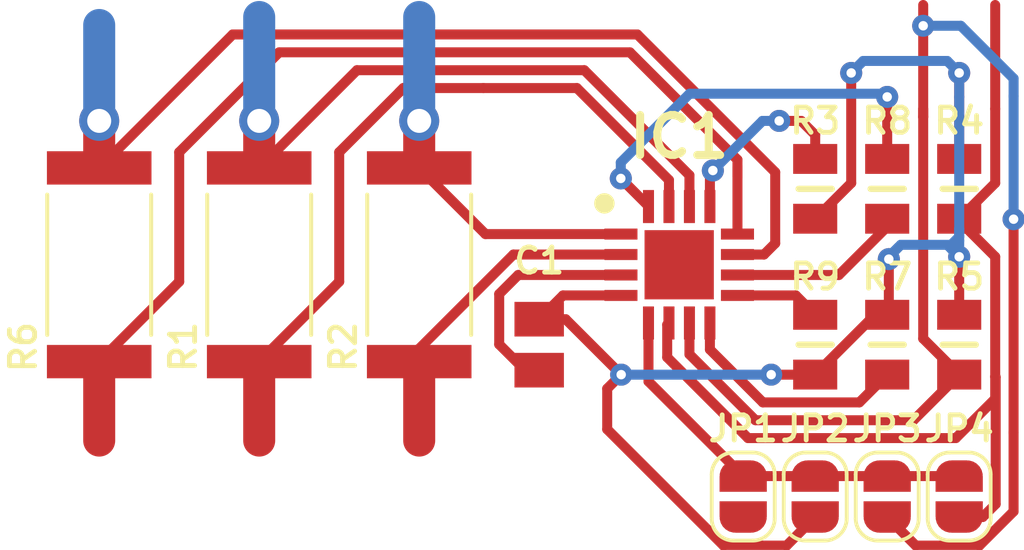
<source format=kicad_pcb>
(kicad_pcb (version 20171130) (host pcbnew "(5.1.6)-1")

  (general
    (thickness 1.6)
    (drawings 0)
    (tracks 180)
    (zones 0)
    (modules 15)
    (nets 18)
  )

  (page A4)
  (layers
    (0 F.Cu signal)
    (31 B.Cu signal)
    (32 B.Adhes user)
    (33 F.Adhes user)
    (34 B.Paste user)
    (35 F.Paste user)
    (36 B.SilkS user)
    (37 F.SilkS user)
    (38 B.Mask user)
    (39 F.Mask user)
    (40 Dwgs.User user)
    (41 Cmts.User user)
    (42 Eco1.User user)
    (43 Eco2.User user)
    (44 Edge.Cuts user)
    (45 Margin user)
    (46 B.CrtYd user)
    (47 F.CrtYd user)
    (48 B.Fab user)
    (49 F.Fab user)
  )

  (setup
    (last_trace_width 0.3175)
    (user_trace_width 0.3175)
    (user_trace_width 1.016)
    (trace_clearance 0.25)
    (zone_clearance 0.508)
    (zone_45_only no)
    (trace_min 0.2)
    (via_size 0.8)
    (via_drill 0.4)
    (via_min_size 0.4)
    (via_min_drill 0.3)
    (user_via 0.7 0.3)
    (user_via 1.27 0.762)
    (uvia_size 0.3)
    (uvia_drill 0.1)
    (uvias_allowed no)
    (uvia_min_size 0.2)
    (uvia_min_drill 0.1)
    (edge_width 0.05)
    (segment_width 0.2)
    (pcb_text_width 0.3)
    (pcb_text_size 1.5 1.5)
    (mod_edge_width 0.12)
    (mod_text_size 1 1)
    (mod_text_width 0.15)
    (pad_size 1.524 1.524)
    (pad_drill 0.762)
    (pad_to_mask_clearance 0.05)
    (aux_axis_origin 0 0)
    (visible_elements 7FFFFFFF)
    (pcbplotparams
      (layerselection 0x010fc_ffffffff)
      (usegerberextensions false)
      (usegerberattributes true)
      (usegerberadvancedattributes true)
      (creategerberjobfile true)
      (excludeedgelayer true)
      (linewidth 0.100000)
      (plotframeref false)
      (viasonmask false)
      (mode 1)
      (useauxorigin false)
      (hpglpennumber 1)
      (hpglpenspeed 20)
      (hpglpendiameter 15.000000)
      (psnegative false)
      (psa4output false)
      (plotreference true)
      (plotvalue true)
      (plotinvisibletext false)
      (padsonsilk false)
      (subtractmaskfromsilk false)
      (outputformat 1)
      (mirror false)
      (drillshape 1)
      (scaleselection 1)
      (outputdirectory ""))
  )

  (net 0 "")
  (net 1 /+3V3)
  (net 2 /GND)
  (net 3 /IN3-)
  (net 4 /IN3+)
  (net 5 "Net-(IC1-Pad5)")
  (net 6 /SCL)
  (net 7 /SDA)
  (net 8 /Warning)
  (net 9 /Critical)
  (net 10 /PV)
  (net 11 /IN1-)
  (net 12 /IN1+)
  (net 13 /TC)
  (net 14 /IN2-)
  (net 15 /IN2+)
  (net 16 /VPU)
  (net 17 "Net-(IC1-Pad17)")

  (net_class Default "This is the default net class."
    (clearance 0.25)
    (trace_width 0.25)
    (via_dia 0.8)
    (via_drill 0.4)
    (uvia_dia 0.3)
    (uvia_drill 0.1)
    (add_net /+3V3)
    (add_net /Critical)
    (add_net /GND)
    (add_net /IN1+)
    (add_net /IN1-)
    (add_net /IN2+)
    (add_net /IN2-)
    (add_net /IN3+)
    (add_net /IN3-)
    (add_net /PV)
    (add_net /SCL)
    (add_net /SDA)
    (add_net /TC)
    (add_net /VPU)
    (add_net /Warning)
    (add_net "Net-(IC1-Pad17)")
    (add_net "Net-(IC1-Pad5)")
  )

  (net_class 0,3175 ""
    (clearance 0.25)
    (trace_width 0.3175)
    (via_dia 0.4)
    (via_drill 0.3)
    (uvia_dia 0.4)
    (uvia_drill 0.2)
  )

  (module SamacSys_Parts:CAPC2012X100N (layer F.Cu) (tedit 0) (tstamp 606C915D)
    (at 116.205 99.695 270)
    (descr 0.805)
    (tags Capacitor)
    (path /606BD769)
    (attr smd)
    (fp_text reference C1 (at -2.667 0 180) (layer F.SilkS)
      (effects (font (size 0.8 0.8) (thickness 0.153)))
    )
    (fp_text value 0,1u (at 0.381 0 90) (layer F.SilkS) hide
      (effects (font (size 1.27 1.27) (thickness 0.254)))
    )
    (fp_line (start -1.51 -0.94) (end 1.51 -0.94) (layer F.CrtYd) (width 0.05))
    (fp_line (start 1.51 -0.94) (end 1.51 0.94) (layer F.CrtYd) (width 0.05))
    (fp_line (start 1.51 0.94) (end -1.51 0.94) (layer F.CrtYd) (width 0.05))
    (fp_line (start -1.51 0.94) (end -1.51 -0.94) (layer F.CrtYd) (width 0.05))
    (fp_line (start -1 -0.625) (end 1 -0.625) (layer F.Fab) (width 0.1))
    (fp_line (start 1 -0.625) (end 1 0.625) (layer F.Fab) (width 0.1))
    (fp_line (start 1 0.625) (end -1 0.625) (layer F.Fab) (width 0.1))
    (fp_line (start -1 0.625) (end -1 -0.625) (layer F.Fab) (width 0.1))
    (fp_text user %R (at -2.667 0 180) (layer F.Fab)
      (effects (font (size 0.8 0.8) (thickness 0.153)))
    )
    (pad 1 smd rect (at -0.81 0 270) (size 1.1 1.57) (layers F.Cu F.Paste F.Mask)
      (net 1 /+3V3))
    (pad 2 smd rect (at 0.81 0 270) (size 1.1 1.57) (layers F.Cu F.Paste F.Mask)
      (net 2 /GND))
    (model C:\SamacSys_PCB_Library\KiCad\SamacSys_Parts.3dshapes\C0805X105K8RAC7210.stp
      (at (xyz 0 0 0))
      (scale (xyz 1 1 1))
      (rotate (xyz 0 0 0))
    )
  )

  (module SamacSys_Parts:QFN65P400X400X100-17N-D (layer F.Cu) (tedit 0) (tstamp 606C7D99)
    (at 120.65 97.155)
    (descr "RGV (S-PVQFN-N16)_1")
    (tags "Integrated Circuit")
    (path /606BBD16)
    (attr smd)
    (fp_text reference IC1 (at 0 -4.064) (layer F.SilkS)
      (effects (font (size 1.27 1.27) (thickness 0.254)))
    )
    (fp_text value INA3221 (at 0 0) (layer F.SilkS) hide
      (effects (font (size 1.27 1.27) (thickness 0.254)))
    )
    (fp_line (start -2.625 -2.625) (end 2.625 -2.625) (layer F.CrtYd) (width 0.05))
    (fp_line (start 2.625 -2.625) (end 2.625 2.625) (layer F.CrtYd) (width 0.05))
    (fp_line (start 2.625 2.625) (end -2.625 2.625) (layer F.CrtYd) (width 0.05))
    (fp_line (start -2.625 2.625) (end -2.625 -2.625) (layer F.CrtYd) (width 0.05))
    (fp_line (start -2 -2) (end 2 -2) (layer F.Fab) (width 0.1))
    (fp_line (start 2 -2) (end 2 2) (layer F.Fab) (width 0.1))
    (fp_line (start 2 2) (end -2 2) (layer F.Fab) (width 0.1))
    (fp_line (start -2 2) (end -2 -2) (layer F.Fab) (width 0.1))
    (fp_line (start -2 -1.35) (end -1.35 -2) (layer F.Fab) (width 0.1))
    (fp_circle (center -2.3745 -1.95) (end -2.3745 -1.7875) (layer F.SilkS) (width 0.325))
    (fp_text user %R (at 0 -4.064) (layer F.Fab)
      (effects (font (size 1.27 1.27) (thickness 0.254)))
    )
    (pad 1 smd rect (at -1.85 -0.975 90) (size 0.35 1.05) (layers F.Cu F.Paste F.Mask)
      (net 3 /IN3-))
    (pad 2 smd rect (at -1.85 -0.325 90) (size 0.35 1.05) (layers F.Cu F.Paste F.Mask)
      (net 4 /IN3+))
    (pad 3 smd rect (at -1.85 0.325 90) (size 0.35 1.05) (layers F.Cu F.Paste F.Mask)
      (net 2 /GND))
    (pad 4 smd rect (at -1.85 0.975 90) (size 0.35 1.05) (layers F.Cu F.Paste F.Mask)
      (net 1 /+3V3))
    (pad 5 smd rect (at -0.975 1.85) (size 0.35 1.05) (layers F.Cu F.Paste F.Mask)
      (net 5 "Net-(IC1-Pad5)"))
    (pad 6 smd rect (at -0.325 1.85) (size 0.35 1.05) (layers F.Cu F.Paste F.Mask)
      (net 6 /SCL))
    (pad 7 smd rect (at 0.325 1.85) (size 0.35 1.05) (layers F.Cu F.Paste F.Mask)
      (net 7 /SDA))
    (pad 8 smd rect (at 0.975 1.85) (size 0.35 1.05) (layers F.Cu F.Paste F.Mask)
      (net 8 /Warning))
    (pad 9 smd rect (at 1.85 0.975 90) (size 0.35 1.05) (layers F.Cu F.Paste F.Mask)
      (net 9 /Critical))
    (pad 10 smd rect (at 1.85 0.325 90) (size 0.35 1.05) (layers F.Cu F.Paste F.Mask)
      (net 10 /PV))
    (pad 11 smd rect (at 1.85 -0.325 90) (size 0.35 1.05) (layers F.Cu F.Paste F.Mask)
      (net 11 /IN1-))
    (pad 12 smd rect (at 1.85 -0.975 90) (size 0.35 1.05) (layers F.Cu F.Paste F.Mask)
      (net 12 /IN1+))
    (pad 13 smd rect (at 0.975 -1.85) (size 0.35 1.05) (layers F.Cu F.Paste F.Mask)
      (net 13 /TC))
    (pad 14 smd rect (at 0.325 -1.85) (size 0.35 1.05) (layers F.Cu F.Paste F.Mask)
      (net 14 /IN2-))
    (pad 15 smd rect (at -0.325 -1.85) (size 0.35 1.05) (layers F.Cu F.Paste F.Mask)
      (net 15 /IN2+))
    (pad 16 smd rect (at -0.975 -1.85) (size 0.35 1.05) (layers F.Cu F.Paste F.Mask)
      (net 16 /VPU))
    (pad 17 smd rect (at 0 0) (size 2.2 2.2) (layers F.Cu F.Paste F.Mask)
      (net 17 "Net-(IC1-Pad17)"))
    (model C:\SamacSys_PCB_Library\KiCad\SamacSys_Parts.3dshapes\INA3221AQRGVRQ1.stp
      (at (xyz 0 0 0))
      (scale (xyz 1 1 1))
      (rotate (xyz 0 0 0))
    )
  )

  (module Jumper:SolderJumper-2_P1.3mm_Open_RoundedPad1.0x1.5mm (layer F.Cu) (tedit 5B391E66) (tstamp 606C764B)
    (at 122.682 104.521 90)
    (descr "SMD Solder Jumper, 1x1.5mm, rounded Pads, 0.3mm gap, open")
    (tags "solder jumper open")
    (path /606C2346)
    (attr virtual)
    (fp_text reference JP1 (at 2.159 0 180) (layer F.SilkS)
      (effects (font (size 0.8 0.8) (thickness 0.153)))
    )
    (fp_text value SolderJumper_2_Open (at -9.271 -4.826 90) (layer F.Fab) hide
      (effects (font (size 0.8 0.8) (thickness 0.153)))
    )
    (fp_line (start -1.4 0.3) (end -1.4 -0.3) (layer F.SilkS) (width 0.12))
    (fp_line (start 0.7 1) (end -0.7 1) (layer F.SilkS) (width 0.12))
    (fp_line (start 1.4 -0.3) (end 1.4 0.3) (layer F.SilkS) (width 0.12))
    (fp_line (start -0.7 -1) (end 0.7 -1) (layer F.SilkS) (width 0.12))
    (fp_line (start -1.65 -1.25) (end 1.65 -1.25) (layer F.CrtYd) (width 0.05))
    (fp_line (start -1.65 -1.25) (end -1.65 1.25) (layer F.CrtYd) (width 0.05))
    (fp_line (start 1.65 1.25) (end 1.65 -1.25) (layer F.CrtYd) (width 0.05))
    (fp_line (start 1.65 1.25) (end -1.65 1.25) (layer F.CrtYd) (width 0.05))
    (fp_arc (start 0.7 -0.3) (end 1.4 -0.3) (angle -90) (layer F.SilkS) (width 0.12))
    (fp_arc (start 0.7 0.3) (end 0.7 1) (angle -90) (layer F.SilkS) (width 0.12))
    (fp_arc (start -0.7 0.3) (end -1.4 0.3) (angle -90) (layer F.SilkS) (width 0.12))
    (fp_arc (start -0.7 -0.3) (end -0.7 -1) (angle -90) (layer F.SilkS) (width 0.12))
    (pad 1 smd custom (at -0.65 0 90) (size 1 0.5) (layers F.Cu F.Mask)
      (net 2 /GND) (zone_connect 2)
      (options (clearance outline) (anchor rect))
      (primitives
        (gr_circle (center 0 0.25) (end 0.5 0.25) (width 0))
        (gr_circle (center 0 -0.25) (end 0.5 -0.25) (width 0))
        (gr_poly (pts
           (xy 0 -0.75) (xy 0.5 -0.75) (xy 0.5 0.75) (xy 0 0.75)) (width 0))
      ))
    (pad 2 smd custom (at 0.65 0 90) (size 1 0.5) (layers F.Cu F.Mask)
      (net 5 "Net-(IC1-Pad5)") (zone_connect 2)
      (options (clearance outline) (anchor rect))
      (primitives
        (gr_circle (center 0 0.25) (end 0.5 0.25) (width 0))
        (gr_circle (center 0 -0.25) (end 0.5 -0.25) (width 0))
        (gr_poly (pts
           (xy 0 -0.75) (xy -0.5 -0.75) (xy -0.5 0.75) (xy 0 0.75)) (width 0))
      ))
  )

  (module Jumper:SolderJumper-2_P1.3mm_Open_RoundedPad1.0x1.5mm (layer F.Cu) (tedit 5B391E66) (tstamp 606C765D)
    (at 124.968 104.521 90)
    (descr "SMD Solder Jumper, 1x1.5mm, rounded Pads, 0.3mm gap, open")
    (tags "solder jumper open")
    (path /606C5207)
    (attr virtual)
    (fp_text reference JP2 (at 2.159 0 180) (layer F.SilkS)
      (effects (font (size 0.8 0.8) (thickness 0.153)))
    )
    (fp_text value SolderJumper_2_Open (at 0 1.9 90) (layer F.Fab) hide
      (effects (font (size 1 1) (thickness 0.15)))
    )
    (fp_line (start 1.65 1.25) (end -1.65 1.25) (layer F.CrtYd) (width 0.05))
    (fp_line (start 1.65 1.25) (end 1.65 -1.25) (layer F.CrtYd) (width 0.05))
    (fp_line (start -1.65 -1.25) (end -1.65 1.25) (layer F.CrtYd) (width 0.05))
    (fp_line (start -1.65 -1.25) (end 1.65 -1.25) (layer F.CrtYd) (width 0.05))
    (fp_line (start -0.7 -1) (end 0.7 -1) (layer F.SilkS) (width 0.12))
    (fp_line (start 1.4 -0.3) (end 1.4 0.3) (layer F.SilkS) (width 0.12))
    (fp_line (start 0.7 1) (end -0.7 1) (layer F.SilkS) (width 0.12))
    (fp_line (start -1.4 0.3) (end -1.4 -0.3) (layer F.SilkS) (width 0.12))
    (fp_arc (start -0.7 -0.3) (end -0.7 -1) (angle -90) (layer F.SilkS) (width 0.12))
    (fp_arc (start -0.7 0.3) (end -1.4 0.3) (angle -90) (layer F.SilkS) (width 0.12))
    (fp_arc (start 0.7 0.3) (end 0.7 1) (angle -90) (layer F.SilkS) (width 0.12))
    (fp_arc (start 0.7 -0.3) (end 1.4 -0.3) (angle -90) (layer F.SilkS) (width 0.12))
    (pad 2 smd custom (at 0.65 0 90) (size 1 0.5) (layers F.Cu F.Mask)
      (net 5 "Net-(IC1-Pad5)") (zone_connect 2)
      (options (clearance outline) (anchor rect))
      (primitives
        (gr_circle (center 0 0.25) (end 0.5 0.25) (width 0))
        (gr_circle (center 0 -0.25) (end 0.5 -0.25) (width 0))
        (gr_poly (pts
           (xy 0 -0.75) (xy -0.5 -0.75) (xy -0.5 0.75) (xy 0 0.75)) (width 0))
      ))
    (pad 1 smd custom (at -0.65 0 90) (size 1 0.5) (layers F.Cu F.Mask)
      (net 1 /+3V3) (zone_connect 2)
      (options (clearance outline) (anchor rect))
      (primitives
        (gr_circle (center 0 0.25) (end 0.5 0.25) (width 0))
        (gr_circle (center 0 -0.25) (end 0.5 -0.25) (width 0))
        (gr_poly (pts
           (xy 0 -0.75) (xy 0.5 -0.75) (xy 0.5 0.75) (xy 0 0.75)) (width 0))
      ))
  )

  (module Jumper:SolderJumper-2_P1.3mm_Open_RoundedPad1.0x1.5mm (layer F.Cu) (tedit 5B391E66) (tstamp 606C8CFE)
    (at 127.254 104.521 90)
    (descr "SMD Solder Jumper, 1x1.5mm, rounded Pads, 0.3mm gap, open")
    (tags "solder jumper open")
    (path /606C56E0)
    (attr virtual)
    (fp_text reference JP3 (at 2.159 0 180) (layer F.SilkS)
      (effects (font (size 0.8 0.8) (thickness 0.153)))
    )
    (fp_text value SolderJumper_2_Open (at 0 1.9 90) (layer F.Fab) hide
      (effects (font (size 1 1) (thickness 0.15)))
    )
    (fp_line (start -1.4 0.3) (end -1.4 -0.3) (layer F.SilkS) (width 0.12))
    (fp_line (start 0.7 1) (end -0.7 1) (layer F.SilkS) (width 0.12))
    (fp_line (start 1.4 -0.3) (end 1.4 0.3) (layer F.SilkS) (width 0.12))
    (fp_line (start -0.7 -1) (end 0.7 -1) (layer F.SilkS) (width 0.12))
    (fp_line (start -1.65 -1.25) (end 1.65 -1.25) (layer F.CrtYd) (width 0.05))
    (fp_line (start -1.65 -1.25) (end -1.65 1.25) (layer F.CrtYd) (width 0.05))
    (fp_line (start 1.65 1.25) (end 1.65 -1.25) (layer F.CrtYd) (width 0.05))
    (fp_line (start 1.65 1.25) (end -1.65 1.25) (layer F.CrtYd) (width 0.05))
    (fp_arc (start 0.7 -0.3) (end 1.4 -0.3) (angle -90) (layer F.SilkS) (width 0.12))
    (fp_arc (start 0.7 0.3) (end 0.7 1) (angle -90) (layer F.SilkS) (width 0.12))
    (fp_arc (start -0.7 0.3) (end -1.4 0.3) (angle -90) (layer F.SilkS) (width 0.12))
    (fp_arc (start -0.7 -0.3) (end -0.7 -1) (angle -90) (layer F.SilkS) (width 0.12))
    (pad 1 smd custom (at -0.65 0 90) (size 1 0.5) (layers F.Cu F.Mask)
      (net 7 /SDA) (zone_connect 2)
      (options (clearance outline) (anchor rect))
      (primitives
        (gr_circle (center 0 0.25) (end 0.5 0.25) (width 0))
        (gr_circle (center 0 -0.25) (end 0.5 -0.25) (width 0))
        (gr_poly (pts
           (xy 0 -0.75) (xy 0.5 -0.75) (xy 0.5 0.75) (xy 0 0.75)) (width 0))
      ))
    (pad 2 smd custom (at 0.65 0 90) (size 1 0.5) (layers F.Cu F.Mask)
      (net 5 "Net-(IC1-Pad5)") (zone_connect 2)
      (options (clearance outline) (anchor rect))
      (primitives
        (gr_circle (center 0 0.25) (end 0.5 0.25) (width 0))
        (gr_circle (center 0 -0.25) (end 0.5 -0.25) (width 0))
        (gr_poly (pts
           (xy 0 -0.75) (xy -0.5 -0.75) (xy -0.5 0.75) (xy 0 0.75)) (width 0))
      ))
  )

  (module Jumper:SolderJumper-2_P1.3mm_Open_RoundedPad1.0x1.5mm (layer F.Cu) (tedit 5B391E66) (tstamp 606C7681)
    (at 129.54 104.521 90)
    (descr "SMD Solder Jumper, 1x1.5mm, rounded Pads, 0.3mm gap, open")
    (tags "solder jumper open")
    (path /606C5BD3)
    (attr virtual)
    (fp_text reference JP4 (at 2.159 0 180) (layer F.SilkS)
      (effects (font (size 0.8 0.8) (thickness 0.153)))
    )
    (fp_text value SolderJumper_2_Open (at 0 1.9 90) (layer F.Fab) hide
      (effects (font (size 1 1) (thickness 0.15)))
    )
    (fp_line (start 1.65 1.25) (end -1.65 1.25) (layer F.CrtYd) (width 0.05))
    (fp_line (start 1.65 1.25) (end 1.65 -1.25) (layer F.CrtYd) (width 0.05))
    (fp_line (start -1.65 -1.25) (end -1.65 1.25) (layer F.CrtYd) (width 0.05))
    (fp_line (start -1.65 -1.25) (end 1.65 -1.25) (layer F.CrtYd) (width 0.05))
    (fp_line (start -0.7 -1) (end 0.7 -1) (layer F.SilkS) (width 0.12))
    (fp_line (start 1.4 -0.3) (end 1.4 0.3) (layer F.SilkS) (width 0.12))
    (fp_line (start 0.7 1) (end -0.7 1) (layer F.SilkS) (width 0.12))
    (fp_line (start -1.4 0.3) (end -1.4 -0.3) (layer F.SilkS) (width 0.12))
    (fp_arc (start -0.7 -0.3) (end -0.7 -1) (angle -90) (layer F.SilkS) (width 0.12))
    (fp_arc (start -0.7 0.3) (end -1.4 0.3) (angle -90) (layer F.SilkS) (width 0.12))
    (fp_arc (start 0.7 0.3) (end 0.7 1) (angle -90) (layer F.SilkS) (width 0.12))
    (fp_arc (start 0.7 -0.3) (end 1.4 -0.3) (angle -90) (layer F.SilkS) (width 0.12))
    (pad 2 smd custom (at 0.65 0 90) (size 1 0.5) (layers F.Cu F.Mask)
      (net 5 "Net-(IC1-Pad5)") (zone_connect 2)
      (options (clearance outline) (anchor rect))
      (primitives
        (gr_circle (center 0 0.25) (end 0.5 0.25) (width 0))
        (gr_circle (center 0 -0.25) (end 0.5 -0.25) (width 0))
        (gr_poly (pts
           (xy 0 -0.75) (xy -0.5 -0.75) (xy -0.5 0.75) (xy 0 0.75)) (width 0))
      ))
    (pad 1 smd custom (at -0.65 0 90) (size 1 0.5) (layers F.Cu F.Mask)
      (net 6 /SCL) (zone_connect 2)
      (options (clearance outline) (anchor rect))
      (primitives
        (gr_circle (center 0 0.25) (end 0.5 0.25) (width 0))
        (gr_circle (center 0 -0.25) (end 0.5 -0.25) (width 0))
        (gr_poly (pts
           (xy 0 -0.75) (xy 0.5 -0.75) (xy 0.5 0.75) (xy 0 0.75)) (width 0))
      ))
  )

  (module SR733ATTE2R80F:RESC6432X70N (layer F.Cu) (tedit 606BB753) (tstamp 606C88F2)
    (at 107.315 97.155 90)
    (path /606E8381)
    (fp_text reference R1 (at -2.61 -2.413 90) (layer F.SilkS)
      (effects (font (size 0.8 0.8) (thickness 0.153)))
    )
    (fp_text value 2,8 (at -0.86 2.25 90) (layer F.Fab)
      (effects (font (size 0.393701 0.393701) (thickness 0.015)))
    )
    (fp_line (start 3.25 1.65) (end -3.25 1.65) (layer F.Fab) (width 0.127))
    (fp_line (start 3.25 -1.65) (end -3.25 -1.65) (layer F.Fab) (width 0.127))
    (fp_line (start 3.25 1.65) (end 3.25 -1.65) (layer F.Fab) (width 0.127))
    (fp_line (start -3.25 1.65) (end -3.25 -1.65) (layer F.Fab) (width 0.127))
    (fp_line (start -2.23 -1.65) (end 2.23 -1.65) (layer F.SilkS) (width 0.127))
    (fp_line (start -2.23 1.65) (end 2.23 1.65) (layer F.SilkS) (width 0.127))
    (fp_line (start -3.858 1.908) (end 3.858 1.908) (layer F.CrtYd) (width 0.05))
    (fp_line (start -3.858 -1.908) (end 3.858 -1.908) (layer F.CrtYd) (width 0.05))
    (fp_line (start -3.858 1.908) (end -3.858 -1.908) (layer F.CrtYd) (width 0.05))
    (fp_line (start 3.858 1.908) (end 3.858 -1.908) (layer F.CrtYd) (width 0.05))
    (pad 1 smd rect (at -3.078 0 90) (size 1.06 3.32) (layers F.Cu F.Paste F.Mask)
      (net 15 /IN2+))
    (pad 2 smd rect (at 3.078 0 90) (size 1.06 3.32) (layers F.Cu F.Paste F.Mask)
      (net 14 /IN2-))
  )

  (module SR733ATTE2R80F:RESC6432X70N (layer F.Cu) (tedit 606BB753) (tstamp 606C88C5)
    (at 112.395 97.155 90)
    (path /606BCE04)
    (fp_text reference R2 (at -2.61 -2.413 90) (layer F.SilkS)
      (effects (font (size 0.8 0.8) (thickness 0.153)))
    )
    (fp_text value 2,8 (at -0.86 2.25 90) (layer F.Fab)
      (effects (font (size 0.393701 0.393701) (thickness 0.015)))
    )
    (fp_line (start 3.25 1.65) (end -3.25 1.65) (layer F.Fab) (width 0.127))
    (fp_line (start 3.25 -1.65) (end -3.25 -1.65) (layer F.Fab) (width 0.127))
    (fp_line (start 3.25 1.65) (end 3.25 -1.65) (layer F.Fab) (width 0.127))
    (fp_line (start -3.25 1.65) (end -3.25 -1.65) (layer F.Fab) (width 0.127))
    (fp_line (start -2.23 -1.65) (end 2.23 -1.65) (layer F.SilkS) (width 0.127))
    (fp_line (start -2.23 1.65) (end 2.23 1.65) (layer F.SilkS) (width 0.127))
    (fp_line (start -3.858 1.908) (end 3.858 1.908) (layer F.CrtYd) (width 0.05))
    (fp_line (start -3.858 -1.908) (end 3.858 -1.908) (layer F.CrtYd) (width 0.05))
    (fp_line (start -3.858 1.908) (end -3.858 -1.908) (layer F.CrtYd) (width 0.05))
    (fp_line (start 3.858 1.908) (end 3.858 -1.908) (layer F.CrtYd) (width 0.05))
    (pad 1 smd rect (at -3.078 0 90) (size 1.06 3.32) (layers F.Cu F.Paste F.Mask)
      (net 4 /IN3+))
    (pad 2 smd rect (at 3.078 0 90) (size 1.06 3.32) (layers F.Cu F.Paste F.Mask)
      (net 3 /IN3-))
  )

  (module SamacSys_Parts:RESC2012X60N (layer F.Cu) (tedit 0) (tstamp 606C76B1)
    (at 124.968 94.742 90)
    (descr SR0805FR-471KL-1)
    (tags Resistor)
    (path /606EBD14)
    (attr smd)
    (fp_text reference R3 (at 2.159 0 180) (layer F.SilkS)
      (effects (font (size 0.8 0.8) (thickness 0.153)))
    )
    (fp_text value 10k (at 0 0 90) (layer F.SilkS) hide
      (effects (font (size 1.27 1.27) (thickness 0.254)))
    )
    (fp_line (start 0 -0.525) (end 0 0.525) (layer F.SilkS) (width 0.2))
    (fp_line (start -1 0.625) (end -1 -0.625) (layer F.Fab) (width 0.1))
    (fp_line (start 1 0.625) (end -1 0.625) (layer F.Fab) (width 0.1))
    (fp_line (start 1 -0.625) (end 1 0.625) (layer F.Fab) (width 0.1))
    (fp_line (start -1 -0.625) (end 1 -0.625) (layer F.Fab) (width 0.1))
    (fp_line (start -1.675 0.95) (end -1.675 -0.95) (layer F.CrtYd) (width 0.05))
    (fp_line (start 1.675 0.95) (end -1.675 0.95) (layer F.CrtYd) (width 0.05))
    (fp_line (start 1.675 -0.95) (end 1.675 0.95) (layer F.CrtYd) (width 0.05))
    (fp_line (start -1.675 -0.95) (end 1.675 -0.95) (layer F.CrtYd) (width 0.05))
    (fp_text user %R (at 2.159 0) (layer F.Fab)
      (effects (font (size 0.8 0.8) (thickness 0.153)))
    )
    (pad 2 smd rect (at 0.95 0 90) (size 0.95 1.4) (layers F.Cu F.Paste F.Mask)
      (net 13 /TC))
    (pad 1 smd rect (at -0.95 0 90) (size 0.95 1.4) (layers F.Cu F.Paste F.Mask)
      (net 1 /+3V3))
    (model C:\SamacSys_PCB_Library\KiCad\SamacSys_Parts.3dshapes\SR0805FR-471KL.stp
      (at (xyz 0 0 0))
      (scale (xyz 1 1 1))
      (rotate (xyz 0 0 0))
    )
  )

  (module SamacSys_Parts:RESC2012X60N (layer F.Cu) (tedit 0) (tstamp 606C76C1)
    (at 129.54 94.742 270)
    (descr SR0805FR-471KL-1)
    (tags Resistor)
    (path /606BE28C)
    (attr smd)
    (fp_text reference R4 (at -2.159 0 180) (layer F.SilkS)
      (effects (font (size 0.8 0.8) (thickness 0.153)))
    )
    (fp_text value 10k (at 0 0 90) (layer F.SilkS) hide
      (effects (font (size 1.27 1.27) (thickness 0.254)))
    )
    (fp_line (start -1.675 -0.95) (end 1.675 -0.95) (layer F.CrtYd) (width 0.05))
    (fp_line (start 1.675 -0.95) (end 1.675 0.95) (layer F.CrtYd) (width 0.05))
    (fp_line (start 1.675 0.95) (end -1.675 0.95) (layer F.CrtYd) (width 0.05))
    (fp_line (start -1.675 0.95) (end -1.675 -0.95) (layer F.CrtYd) (width 0.05))
    (fp_line (start -1 -0.625) (end 1 -0.625) (layer F.Fab) (width 0.1))
    (fp_line (start 1 -0.625) (end 1 0.625) (layer F.Fab) (width 0.1))
    (fp_line (start 1 0.625) (end -1 0.625) (layer F.Fab) (width 0.1))
    (fp_line (start -1 0.625) (end -1 -0.625) (layer F.Fab) (width 0.1))
    (fp_line (start 0 -0.525) (end 0 0.525) (layer F.SilkS) (width 0.2))
    (fp_text user %R (at -2.159 0 180) (layer F.Fab)
      (effects (font (size 0.8 0.8) (thickness 0.153)))
    )
    (pad 1 smd rect (at -0.95 0 270) (size 0.95 1.4) (layers F.Cu F.Paste F.Mask)
      (net 1 /+3V3))
    (pad 2 smd rect (at 0.95 0 270) (size 0.95 1.4) (layers F.Cu F.Paste F.Mask)
      (net 6 /SCL))
    (model C:\SamacSys_PCB_Library\KiCad\SamacSys_Parts.3dshapes\SR0805FR-471KL.stp
      (at (xyz 0 0 0))
      (scale (xyz 1 1 1))
      (rotate (xyz 0 0 0))
    )
  )

  (module SamacSys_Parts:RESC2012X60N (layer F.Cu) (tedit 0) (tstamp 606C76D1)
    (at 129.54 99.695 270)
    (descr SR0805FR-471KL-1)
    (tags Resistor)
    (path /606CC47E)
    (attr smd)
    (fp_text reference R5 (at -2.159 0 180) (layer F.SilkS)
      (effects (font (size 0.8 0.8) (thickness 0.153)))
    )
    (fp_text value 10k (at 0 0 90) (layer F.SilkS) hide
      (effects (font (size 1.27 1.27) (thickness 0.254)))
    )
    (fp_line (start 0 -0.525) (end 0 0.525) (layer F.SilkS) (width 0.2))
    (fp_line (start -1 0.625) (end -1 -0.625) (layer F.Fab) (width 0.1))
    (fp_line (start 1 0.625) (end -1 0.625) (layer F.Fab) (width 0.1))
    (fp_line (start 1 -0.625) (end 1 0.625) (layer F.Fab) (width 0.1))
    (fp_line (start -1 -0.625) (end 1 -0.625) (layer F.Fab) (width 0.1))
    (fp_line (start -1.675 0.95) (end -1.675 -0.95) (layer F.CrtYd) (width 0.05))
    (fp_line (start 1.675 0.95) (end -1.675 0.95) (layer F.CrtYd) (width 0.05))
    (fp_line (start 1.675 -0.95) (end 1.675 0.95) (layer F.CrtYd) (width 0.05))
    (fp_line (start -1.675 -0.95) (end 1.675 -0.95) (layer F.CrtYd) (width 0.05))
    (fp_text user %R (at -2.159 0 180) (layer F.Fab)
      (effects (font (size 0.8 0.8) (thickness 0.153)))
    )
    (pad 2 smd rect (at 0.95 0 270) (size 0.95 1.4) (layers F.Cu F.Paste F.Mask)
      (net 7 /SDA))
    (pad 1 smd rect (at -0.95 0 270) (size 0.95 1.4) (layers F.Cu F.Paste F.Mask)
      (net 1 /+3V3))
    (model C:\SamacSys_PCB_Library\KiCad\SamacSys_Parts.3dshapes\SR0805FR-471KL.stp
      (at (xyz 0 0 0))
      (scale (xyz 1 1 1))
      (rotate (xyz 0 0 0))
    )
  )

  (module SR733ATTE2R80F:RESC6432X70N (layer F.Cu) (tedit 606BB753) (tstamp 60786FC6)
    (at 102.235 97.155 270)
    (path /606D833D)
    (fp_text reference R6 (at 2.6162 2.413 90) (layer F.SilkS)
      (effects (font (size 0.8 0.8) (thickness 0.153)))
    )
    (fp_text value 2,8 (at 0.8636 -2.2606 90) (layer F.Fab)
      (effects (font (size 0.393701 0.393701) (thickness 0.015)))
    )
    (fp_line (start 3.25 1.65) (end -3.25 1.65) (layer F.Fab) (width 0.127))
    (fp_line (start 3.25 -1.65) (end -3.25 -1.65) (layer F.Fab) (width 0.127))
    (fp_line (start 3.25 1.65) (end 3.25 -1.65) (layer F.Fab) (width 0.127))
    (fp_line (start -3.25 1.65) (end -3.25 -1.65) (layer F.Fab) (width 0.127))
    (fp_line (start -2.23 -1.65) (end 2.23 -1.65) (layer F.SilkS) (width 0.127))
    (fp_line (start -2.23 1.65) (end 2.23 1.65) (layer F.SilkS) (width 0.127))
    (fp_line (start -3.858 1.908) (end 3.858 1.908) (layer F.CrtYd) (width 0.05))
    (fp_line (start -3.858 -1.908) (end 3.858 -1.908) (layer F.CrtYd) (width 0.05))
    (fp_line (start -3.858 1.908) (end -3.858 -1.908) (layer F.CrtYd) (width 0.05))
    (fp_line (start 3.858 1.908) (end 3.858 -1.908) (layer F.CrtYd) (width 0.05))
    (pad 1 smd rect (at -3.078 0 270) (size 1.06 3.32) (layers F.Cu F.Paste F.Mask)
      (net 11 /IN1-))
    (pad 2 smd rect (at 3.078 0 270) (size 1.06 3.32) (layers F.Cu F.Paste F.Mask)
      (net 12 /IN1+))
  )

  (module SamacSys_Parts:RESC2012X60N (layer F.Cu) (tedit 0) (tstamp 606C76F1)
    (at 127.254 99.695 270)
    (descr SR0805FR-471KL-1)
    (tags Resistor)
    (path /606CCA6B)
    (attr smd)
    (fp_text reference R7 (at -2.159 0 180) (layer F.SilkS)
      (effects (font (size 0.8 0.8) (thickness 0.153)))
    )
    (fp_text value 10k (at 0 0 90) (layer F.SilkS) hide
      (effects (font (size 1.27 1.27) (thickness 0.254)))
    )
    (fp_line (start -1.675 -0.95) (end 1.675 -0.95) (layer F.CrtYd) (width 0.05))
    (fp_line (start 1.675 -0.95) (end 1.675 0.95) (layer F.CrtYd) (width 0.05))
    (fp_line (start 1.675 0.95) (end -1.675 0.95) (layer F.CrtYd) (width 0.05))
    (fp_line (start -1.675 0.95) (end -1.675 -0.95) (layer F.CrtYd) (width 0.05))
    (fp_line (start -1 -0.625) (end 1 -0.625) (layer F.Fab) (width 0.1))
    (fp_line (start 1 -0.625) (end 1 0.625) (layer F.Fab) (width 0.1))
    (fp_line (start 1 0.625) (end -1 0.625) (layer F.Fab) (width 0.1))
    (fp_line (start -1 0.625) (end -1 -0.625) (layer F.Fab) (width 0.1))
    (fp_line (start 0 -0.525) (end 0 0.525) (layer F.SilkS) (width 0.2))
    (fp_text user %R (at -2.159 0 180) (layer F.Fab)
      (effects (font (size 0.8 0.8) (thickness 0.153)))
    )
    (pad 1 smd rect (at -0.95 0 270) (size 0.95 1.4) (layers F.Cu F.Paste F.Mask)
      (net 1 /+3V3))
    (pad 2 smd rect (at 0.95 0 270) (size 0.95 1.4) (layers F.Cu F.Paste F.Mask)
      (net 8 /Warning))
    (model C:\SamacSys_PCB_Library\KiCad\SamacSys_Parts.3dshapes\SR0805FR-471KL.stp
      (at (xyz 0 0 0))
      (scale (xyz 1 1 1))
      (rotate (xyz 0 0 0))
    )
  )

  (module SamacSys_Parts:RESC2012X60N (layer F.Cu) (tedit 0) (tstamp 606C7701)
    (at 127.254 94.742 270)
    (descr SR0805FR-471KL-1)
    (tags Resistor)
    (path /606D9B08)
    (attr smd)
    (fp_text reference R8 (at -2.159 0 180) (layer F.SilkS)
      (effects (font (size 0.8 0.8) (thickness 0.153)))
    )
    (fp_text value 10k (at 0 0 90) (layer F.SilkS) hide
      (effects (font (size 1.27 1.27) (thickness 0.254)))
    )
    (fp_line (start -1.675 -0.95) (end 1.675 -0.95) (layer F.CrtYd) (width 0.05))
    (fp_line (start 1.675 -0.95) (end 1.675 0.95) (layer F.CrtYd) (width 0.05))
    (fp_line (start 1.675 0.95) (end -1.675 0.95) (layer F.CrtYd) (width 0.05))
    (fp_line (start -1.675 0.95) (end -1.675 -0.95) (layer F.CrtYd) (width 0.05))
    (fp_line (start -1 -0.625) (end 1 -0.625) (layer F.Fab) (width 0.1))
    (fp_line (start 1 -0.625) (end 1 0.625) (layer F.Fab) (width 0.1))
    (fp_line (start 1 0.625) (end -1 0.625) (layer F.Fab) (width 0.1))
    (fp_line (start -1 0.625) (end -1 -0.625) (layer F.Fab) (width 0.1))
    (fp_line (start 0 -0.525) (end 0 0.525) (layer F.SilkS) (width 0.2))
    (fp_text user %R (at -2.159 0 180) (layer F.Fab)
      (effects (font (size 0.8 0.8) (thickness 0.153)))
    )
    (pad 1 smd rect (at -0.95 0 270) (size 0.95 1.4) (layers F.Cu F.Paste F.Mask)
      (net 16 /VPU))
    (pad 2 smd rect (at 0.95 0 270) (size 0.95 1.4) (layers F.Cu F.Paste F.Mask)
      (net 10 /PV))
    (model C:\SamacSys_PCB_Library\KiCad\SamacSys_Parts.3dshapes\SR0805FR-471KL.stp
      (at (xyz 0 0 0))
      (scale (xyz 1 1 1))
      (rotate (xyz 0 0 0))
    )
  )

  (module SamacSys_Parts:RESC2012X60N (layer F.Cu) (tedit 0) (tstamp 606C7711)
    (at 124.968 99.695 90)
    (descr SR0805FR-471KL-1)
    (tags Resistor)
    (path /606CD1CC)
    (attr smd)
    (fp_text reference R9 (at 2.159 0 180) (layer F.SilkS)
      (effects (font (size 0.8 0.8) (thickness 0.153)))
    )
    (fp_text value 10k (at 0 0 90) (layer F.SilkS) hide
      (effects (font (size 1.27 1.27) (thickness 0.254)))
    )
    (fp_line (start 0 -0.525) (end 0 0.525) (layer F.SilkS) (width 0.2))
    (fp_line (start -1 0.625) (end -1 -0.625) (layer F.Fab) (width 0.1))
    (fp_line (start 1 0.625) (end -1 0.625) (layer F.Fab) (width 0.1))
    (fp_line (start 1 -0.625) (end 1 0.625) (layer F.Fab) (width 0.1))
    (fp_line (start -1 -0.625) (end 1 -0.625) (layer F.Fab) (width 0.1))
    (fp_line (start -1.675 0.95) (end -1.675 -0.95) (layer F.CrtYd) (width 0.05))
    (fp_line (start 1.675 0.95) (end -1.675 0.95) (layer F.CrtYd) (width 0.05))
    (fp_line (start 1.675 -0.95) (end 1.675 0.95) (layer F.CrtYd) (width 0.05))
    (fp_line (start -1.675 -0.95) (end 1.675 -0.95) (layer F.CrtYd) (width 0.05))
    (fp_text user %R (at 2.159 0 180) (layer F.Fab)
      (effects (font (size 0.8 0.8) (thickness 0.153)))
    )
    (pad 2 smd rect (at 0.95 0 90) (size 0.95 1.4) (layers F.Cu F.Paste F.Mask)
      (net 9 /Critical))
    (pad 1 smd rect (at -0.95 0 90) (size 0.95 1.4) (layers F.Cu F.Paste F.Mask)
      (net 1 /+3V3))
    (model C:\SamacSys_PCB_Library\KiCad\SamacSys_Parts.3dshapes\SR0805FR-471KL.stp
      (at (xyz 0 0 0))
      (scale (xyz 1 1 1))
      (rotate (xyz 0 0 0))
    )
  )

  (segment (start 126.868 98.745) (end 124.968 100.645) (width 0.3175) (layer F.Cu) (net 1))
  (segment (start 127.254 98.745) (end 126.868 98.745) (width 0.3175) (layer F.Cu) (net 1))
  (segment (start 129.54 93.792) (end 129.54 91.821) (width 0.3175) (layer F.Cu) (net 1))
  (segment (start 129.54 91.059) (end 129.159 90.678) (width 0.3175) (layer B.Cu) (net 1))
  (segment (start 129.159 90.678) (end 127 90.678) (width 0.3175) (layer B.Cu) (net 1))
  (segment (start 127 90.678) (end 126.492 90.678) (width 0.3175) (layer B.Cu) (net 1))
  (via (at 126.111 91.059) (size 0.7) (drill 0.3) (layers F.Cu B.Cu) (net 1))
  (segment (start 126.492 90.678) (end 126.111 91.059) (width 0.3175) (layer B.Cu) (net 1))
  (segment (start 124.978752 95.946) (end 124.968 95.946) (width 0.3175) (layer F.Cu) (net 1))
  (segment (start 129.54 98.872) (end 129.54 96.901) (width 0.3175) (layer F.Cu) (net 1))
  (segment (start 129.54 96.901) (end 129.54 96.901) (width 0.3175) (layer B.Cu) (net 1))
  (segment (start 129.286 96.52) (end 129.54 96.266) (width 0.3175) (layer B.Cu) (net 1))
  (segment (start 129.54 96.393) (end 129.54 96.901) (width 0.3175) (layer B.Cu) (net 1))
  (segment (start 129.54 91.059) (end 129.54 91.059) (width 0.3175) (layer B.Cu) (net 1))
  (segment (start 126.111 94.559752) (end 124.978752 95.692) (width 0.3175) (layer F.Cu) (net 1))
  (segment (start 126.111 91.059) (end 126.111 94.559752) (width 0.3175) (layer F.Cu) (net 1))
  (segment (start 129.54 91.821) (end 129.54 91.059) (width 0.3175) (layer F.Cu) (net 1))
  (segment (start 123.571 100.6475) (end 123.571 100.6475) (width 0.3175) (layer B.Cu) (net 1))
  (segment (start 117.046 98.885) (end 116.205 98.885) (width 0.3175) (layer F.Cu) (net 1))
  (segment (start 118.8085 100.6475) (end 118.8085 100.6475) (width 0.3175) (layer F.Cu) (net 1))
  (segment (start 116.96 98.13) (end 116.205 98.885) (width 0.3175) (layer F.Cu) (net 1))
  (segment (start 118.8 98.13) (end 116.96 98.13) (width 0.3175) (layer F.Cu) (net 1))
  (segment (start 127.305807 96.901) (end 127.305807 96.976193) (width 0.3175) (layer F.Cu) (net 1))
  (segment (start 128.067807 96.52) (end 127.917421 96.52) (width 0.3175) (layer B.Cu) (net 1))
  (segment (start 127.305807 98.693193) (end 127.254 98.745) (width 0.3175) (layer F.Cu) (net 1))
  (segment (start 129.54 96.393) (end 129.54 96.012) (width 0.3175) (layer B.Cu) (net 1))
  (segment (start 129.54 91.821) (end 129.54 96.012) (width 0.3175) (layer B.Cu) (net 1))
  (segment (start 129.54 96.012) (end 129.54 96.266) (width 0.3175) (layer B.Cu) (net 1))
  (segment (start 129.159 96.52) (end 129.54 96.901) (width 0.3175) (layer B.Cu) (net 1))
  (segment (start 129.286 96.52) (end 129.159 96.52) (width 0.3175) (layer B.Cu) (net 1))
  (segment (start 129.54 96.901) (end 129.286 96.647) (width 0.3175) (layer B.Cu) (net 1) (tstamp 606C9233))
  (via (at 129.54 96.901) (size 0.7) (drill 0.3) (layers F.Cu B.Cu) (net 1))
  (segment (start 129.286 96.52) (end 127.686806 96.52) (width 0.3175) (layer B.Cu) (net 1))
  (segment (start 127.686806 96.52) (end 127.470403 96.736403) (width 0.3175) (layer B.Cu) (net 1))
  (segment (start 127.611614 96.595193) (end 127.470403 96.736403) (width 0.3175) (layer B.Cu) (net 1))
  (segment (start 127.470403 96.736403) (end 127.305807 96.901) (width 0.3175) (layer B.Cu) (net 1))
  (segment (start 127.305807 96.976193) (end 127.305807 98.768386) (width 0.3175) (layer F.Cu) (net 1) (tstamp 606C923D))
  (via (at 127.305807 96.976193) (size 0.7) (drill 0.3) (layers F.Cu B.Cu) (net 1))
  (segment (start 129.54 91.059) (end 129.54 91.821) (width 0.3175) (layer B.Cu) (net 1) (tstamp 606C9243))
  (via (at 129.54 91.059) (size 0.7) (drill 0.3) (layers F.Cu B.Cu) (net 1))
  (segment (start 123.571 100.6475) (end 118.8085 100.6475) (width 0.3175) (layer B.Cu) (net 1) (tstamp 606C9251))
  (via (at 123.571 100.6475) (size 0.7) (drill 0.3) (layers F.Cu B.Cu) (net 1))
  (segment (start 118.8085 100.6475) (end 117.046 98.885) (width 0.3175) (layer F.Cu) (net 1) (tstamp 606C9253))
  (via (at 118.8085 100.6475) (size 0.7) (drill 0.3) (layers F.Cu B.Cu) (net 1))
  (segment (start 124.9655 100.6475) (end 124.968 100.645) (width 0.3175) (layer F.Cu) (net 1))
  (segment (start 123.571 100.6475) (end 124.9655 100.6475) (width 0.3175) (layer F.Cu) (net 1))
  (segment (start 124.05924 106.07976) (end 124.968 105.171) (width 0.3175) (layer F.Cu) (net 1))
  (segment (start 118.364 102.384778) (end 122.058982 106.07976) (width 0.3175) (layer F.Cu) (net 1))
  (segment (start 118.8085 100.6475) (end 118.364 101.092) (width 0.3175) (layer F.Cu) (net 1))
  (segment (start 122.058982 106.07976) (end 124.05924 106.07976) (width 0.3175) (layer F.Cu) (net 1))
  (segment (start 118.364 101.092) (end 118.364 102.384778) (width 0.3175) (layer F.Cu) (net 1))
  (segment (start 116.6015 100.6475) (end 116.205 100.251) (width 0.3175) (layer F.Cu) (net 2))
  (segment (start 115.754248 100.505) (end 114.935 99.685752) (width 0.3175) (layer F.Cu) (net 2))
  (segment (start 116.205 100.505) (end 115.754248 100.505) (width 0.3175) (layer F.Cu) (net 2))
  (segment (start 115.539248 97.48) (end 118.8 97.48) (width 0.3175) (layer F.Cu) (net 2))
  (segment (start 114.935 98.084248) (end 115.539248 97.48) (width 0.3175) (layer F.Cu) (net 2))
  (segment (start 114.935 99.685752) (end 114.935 98.084248) (width 0.3175) (layer F.Cu) (net 2))
  (via (at 112.395 92.583) (size 1.27) (drill 0.762) (layers F.Cu B.Cu) (net 3) (tstamp 606C8872))
  (segment (start 112.395 94.077) (end 112.395 92.583) (width 1.016) (layer F.Cu) (net 3) (tstamp 606C8881))
  (segment (start 114.498 96.18) (end 112.395 94.077) (width 0.3175) (layer F.Cu) (net 3))
  (segment (start 118.8 96.18) (end 114.498 96.18) (width 0.3175) (layer F.Cu) (net 3))
  (segment (start 112.395 92.583) (end 112.395 89.281) (width 1.016) (layer B.Cu) (net 3))
  (segment (start 112.395 99.8525) (end 112.395 100.233) (width 0.3175) (layer F.Cu) (net 4) (tstamp 606C8887))
  (segment (start 112.395 99.821668) (end 112.395 100.233) (width 0.3175) (layer F.Cu) (net 4))
  (segment (start 115.386668 96.83) (end 112.395 99.821668) (width 0.3175) (layer F.Cu) (net 4))
  (segment (start 118.8 96.83) (end 115.386668 96.83) (width 0.3175) (layer F.Cu) (net 4))
  (segment (start 112.395 100.233) (end 112.395 102.743) (width 1.016) (layer F.Cu) (net 4))
  (segment (start 129.54 103.871) (end 127.254 103.871) (width 0.3175) (layer F.Cu) (net 5))
  (segment (start 127.254 103.871) (end 124.968 103.871) (width 0.3175) (layer F.Cu) (net 5))
  (segment (start 124.968 103.871) (end 122.682 103.871) (width 0.3175) (layer F.Cu) (net 5))
  (segment (start 119.675 100.864) (end 122.682 103.871) (width 0.3175) (layer F.Cu) (net 5))
  (segment (start 119.675 99.005) (end 119.675 100.864) (width 0.3175) (layer F.Cu) (net 5))
  (segment (start 129.611752 95.631) (end 130.683 94.559752) (width 0.3175) (layer F.Cu) (net 6))
  (segment (start 130.683 94.559752) (end 130.683 92.202) (width 0.3175) (layer F.Cu) (net 6))
  (segment (start 129.54 95.885) (end 129.54 95.946) (width 0.3175) (layer F.Cu) (net 6))
  (segment (start 129.611752 95.885) (end 129.54 95.885) (width 0.3175) (layer F.Cu) (net 6))
  (segment (start 129.431981 102.663771) (end 130.683 101.412752) (width 0.3175) (layer F.Cu) (net 6))
  (segment (start 120.269 100.09666) (end 122.836111 102.663771) (width 0.3175) (layer F.Cu) (net 6))
  (segment (start 130.683 96.901) (end 129.54 95.758) (width 0.3175) (layer F.Cu) (net 6))
  (segment (start 120.269 99.06) (end 120.269 100.09666) (width 0.3175) (layer F.Cu) (net 6))
  (segment (start 120.324 99.005) (end 120.269 99.06) (width 0.3175) (layer F.Cu) (net 6))
  (segment (start 122.836111 102.663771) (end 129.431981 102.663771) (width 0.3175) (layer F.Cu) (net 6))
  (segment (start 120.325 99.005) (end 120.324 99.005) (width 0.3175) (layer F.Cu) (net 6))
  (segment (start 130.69876 100.72676) (end 130.683 100.711) (width 0.3175) (layer F.Cu) (net 6))
  (segment (start 130.69876 104.759832) (end 130.69876 100.72676) (width 0.3175) (layer F.Cu) (net 6))
  (segment (start 130.287592 105.171) (end 130.69876 104.759832) (width 0.3175) (layer F.Cu) (net 6))
  (segment (start 129.54 105.171) (end 130.287592 105.171) (width 0.3175) (layer F.Cu) (net 6))
  (segment (start 130.683 100.711) (end 130.683 96.901) (width 0.3175) (layer F.Cu) (net 6))
  (segment (start 130.683 101.412752) (end 130.683 100.711) (width 0.3175) (layer F.Cu) (net 6))
  (segment (start 130.683 92.202) (end 130.683 88.9) (width 0.3175) (layer F.Cu) (net 6))
  (segment (start 128.397 99.502) (end 129.54 100.645) (width 0.3175) (layer F.Cu) (net 7))
  (segment (start 120.975 99.005) (end 120.975 100.00008) (width 0.3175) (layer F.Cu) (net 7))
  (segment (start 120.975 100.00008) (end 123.071181 102.096261) (width 0.3175) (layer F.Cu) (net 7))
  (segment (start 128.088739 102.096261) (end 129.54 100.645) (width 0.3175) (layer F.Cu) (net 7))
  (segment (start 123.071181 102.096261) (end 128.088739 102.096261) (width 0.3175) (layer F.Cu) (net 7))
  (segment (start 130.181412 106.07976) (end 131.26627 104.994902) (width 0.3175) (layer F.Cu) (net 7))
  (segment (start 127.254 105.171) (end 128.16276 106.07976) (width 0.3175) (layer F.Cu) (net 7))
  (segment (start 128.16276 106.07976) (end 130.181412 106.07976) (width 0.3175) (layer F.Cu) (net 7))
  (segment (start 131.26627 104.994902) (end 131.26627 102.489) (width 0.3175) (layer F.Cu) (net 7))
  (segment (start 131.26627 102.489) (end 131.26627 95.70813) (width 0.3175) (layer F.Cu) (net 7))
  (segment (start 131.26627 95.70813) (end 131.2672 95.7072) (width 0.3175) (layer F.Cu) (net 7))
  (segment (start 131.2672 95.7072) (end 131.2672 95.7072) (width 0.3175) (layer B.Cu) (net 7))
  (segment (start 131.2672 91.7956) (end 131.2672 91.2368) (width 0.3175) (layer B.Cu) (net 7))
  (segment (start 131.2672 91.2368) (end 129.6162 89.5858) (width 0.3175) (layer B.Cu) (net 7))
  (segment (start 129.6162 89.5858) (end 129.5908 89.5604) (width 0.3175) (layer B.Cu) (net 7))
  (segment (start 129.5908 89.5604) (end 128.397 89.5604) (width 0.3175) (layer B.Cu) (net 7))
  (segment (start 128.397 92.202) (end 128.397 92.456) (width 0.3175) (layer F.Cu) (net 7))
  (segment (start 128.397 89.5604) (end 128.397 92.456) (width 0.3175) (layer F.Cu) (net 7))
  (segment (start 128.397 92.456) (end 128.397 99.502) (width 0.3175) (layer F.Cu) (net 7))
  (segment (start 128.397 89.5604) (end 128.397 88.9) (width 0.3175) (layer F.Cu) (net 7))
  (segment (start 131.2672 95.7072) (end 131.2672 91.7956) (width 0.3175) (layer B.Cu) (net 7) (tstamp 606C923F))
  (via (at 131.2672 95.7072) (size 0.7) (drill 0.3) (layers F.Cu B.Cu) (net 7))
  (segment (start 128.397 89.5604) (end 128.397 89.5604) (width 0.3175) (layer B.Cu) (net 7) (tstamp 606C9241))
  (via (at 128.397 89.5604) (size 0.7) (drill 0.3) (layers F.Cu B.Cu) (net 7))
  (segment (start 121.625 99.005) (end 121.625 99.101) (width 0.3175) (layer F.Cu) (net 8))
  (segment (start 123.306251 101.528751) (end 126.370249 101.528751) (width 0.3175) (layer F.Cu) (net 8))
  (segment (start 126.370249 101.528751) (end 127.254 100.645) (width 0.3175) (layer F.Cu) (net 8))
  (segment (start 121.625 99.8475) (end 123.306251 101.528751) (width 0.3175) (layer F.Cu) (net 8))
  (segment (start 121.625 99.005) (end 121.625 99.8475) (width 0.3175) (layer F.Cu) (net 8))
  (segment (start 124.353 98.13) (end 124.968 98.745) (width 0.3175) (layer F.Cu) (net 9))
  (segment (start 122.5 98.13) (end 124.353 98.13) (width 0.3175) (layer F.Cu) (net 9))
  (segment (start 127.254 95.946) (end 125.72 97.48) (width 0.3175) (layer F.Cu) (net 10))
  (segment (start 125.72 97.48) (end 122.5 97.48) (width 0.3175) (layer F.Cu) (net 10))
  (segment (start 127.254 95.692) (end 127.254 95.946) (width 0.3175) (layer F.Cu) (net 10))
  (via (at 102.235 92.583) (size 1.27) (drill 0.762) (layers F.Cu B.Cu) (net 11) (tstamp 606C8878))
  (segment (start 102.235 94.077) (end 102.235 92.583) (width 1.016) (layer F.Cu) (net 11) (tstamp 606C887E))
  (segment (start 106.47528 89.83672) (end 102.235 94.077) (width 0.3175) (layer F.Cu) (net 11))
  (segment (start 102.235 92.583) (end 102.235 89.535) (width 1.016) (layer B.Cu) (net 11))
  (segment (start 119.32116 89.83672) (end 118.88778 89.83672) (width 0.3175) (layer F.Cu) (net 11))
  (segment (start 123.698 94.21356) (end 119.32116 89.83672) (width 0.3175) (layer F.Cu) (net 11))
  (segment (start 118.88778 89.83672) (end 106.47528 89.83672) (width 0.3175) (layer F.Cu) (net 11))
  (segment (start 123.3425 96.83) (end 123.698 96.4745) (width 0.3175) (layer F.Cu) (net 11))
  (segment (start 119.097052 89.83672) (end 118.88778 89.83672) (width 0.3175) (layer F.Cu) (net 11))
  (segment (start 122.5 96.83) (end 123.3425 96.83) (width 0.3175) (layer F.Cu) (net 11))
  (segment (start 123.698 96.4745) (end 123.698 94.21356) (width 0.3175) (layer F.Cu) (net 11))
  (segment (start 102.235 100.233) (end 102.235 102.743) (width 1.016) (layer F.Cu) (net 12) (tstamp 606C91D7))
  (segment (start 104.775 97.693) (end 102.235 100.233) (width 0.3175) (layer F.Cu) (net 12))
  (segment (start 107.949018 90.40423) (end 104.775 93.578248) (width 0.3175) (layer F.Cu) (net 12))
  (segment (start 122.5 96.18) (end 122.5 94.3525) (width 0.3175) (layer F.Cu) (net 12))
  (segment (start 122.5 94.3525) (end 122.5 94.042248) (width 0.3175) (layer F.Cu) (net 12))
  (segment (start 122.5 94.3525) (end 122.5 93.81814) (width 0.3175) (layer F.Cu) (net 12))
  (segment (start 104.775 93.578248) (end 104.775 97.693) (width 0.3175) (layer F.Cu) (net 12))
  (segment (start 122.5 93.81814) (end 119.08609 90.40423) (width 0.3175) (layer F.Cu) (net 12))
  (segment (start 119.08609 90.40423) (end 107.949018 90.40423) (width 0.3175) (layer F.Cu) (net 12))
  (via (at 121.718763 94.159855) (size 0.7) (drill 0.3) (layers F.Cu B.Cu) (net 13))
  (segment (start 121.625 95.305) (end 121.625 94.253618) (width 0.3175) (layer F.Cu) (net 13))
  (segment (start 121.625 94.253618) (end 121.718763 94.159855) (width 0.3175) (layer F.Cu) (net 13))
  (via (at 123.825 92.583) (size 0.7) (drill 0.3) (layers F.Cu B.Cu) (net 13))
  (segment (start 123.825 92.583) (end 124.5235 92.583) (width 0.3175) (layer F.Cu) (net 13))
  (segment (start 124.968 93.0275) (end 124.968 93.792) (width 0.3175) (layer F.Cu) (net 13))
  (segment (start 124.5235 92.583) (end 124.968 93.0275) (width 0.3175) (layer F.Cu) (net 13))
  (segment (start 123.295618 92.583) (end 121.718763 94.159855) (width 0.3175) (layer B.Cu) (net 13))
  (segment (start 123.825 92.583) (end 123.295618 92.583) (width 0.3175) (layer B.Cu) (net 13))
  (via (at 107.315 92.583) (size 1.27) (drill 0.762) (layers F.Cu B.Cu) (net 14) (tstamp 606C8875))
  (segment (start 107.315 94.077) (end 107.315 92.583) (width 1.016) (layer F.Cu) (net 14) (tstamp 606C8884))
  (segment (start 117.63682 90.97174) (end 110.42026 90.97174) (width 0.3175) (layer F.Cu) (net 14))
  (segment (start 110.42026 90.97174) (end 107.315 94.077) (width 0.3175) (layer F.Cu) (net 14))
  (segment (start 120.975 95.305) (end 120.975 94.30992) (width 0.3175) (layer F.Cu) (net 14))
  (segment (start 120.975 94.30992) (end 117.63682 90.97174) (width 0.3175) (layer F.Cu) (net 14))
  (segment (start 107.315 92.583) (end 107.315 89.281) (width 1.016) (layer B.Cu) (net 14))
  (segment (start 111.893999 91.539249) (end 109.855 93.578248) (width 0.3175) (layer F.Cu) (net 15) (tstamp 606C8863))
  (segment (start 120.325 95.305) (end 120.325 94.4625) (width 0.3175) (layer F.Cu) (net 15))
  (segment (start 117.401749 91.539249) (end 114.433999 91.539249) (width 0.3175) (layer F.Cu) (net 15))
  (segment (start 120.325 94.4625) (end 117.401749 91.539249) (width 0.3175) (layer F.Cu) (net 15))
  (segment (start 109.855 97.693) (end 107.315 100.233) (width 0.3175) (layer F.Cu) (net 15) (tstamp 606C885D))
  (segment (start 109.855 93.578248) (end 109.855 97.693) (width 0.3175) (layer F.Cu) (net 15) (tstamp 606C8860))
  (segment (start 114.433999 91.539249) (end 111.893999 91.539249) (width 0.3175) (layer F.Cu) (net 15))
  (segment (start 111.893999 91.539249) (end 111.749624 91.683624) (width 0.3175) (layer F.Cu) (net 15))
  (segment (start 107.315 100.233) (end 107.315 102.743) (width 1.016) (layer F.Cu) (net 15))
  (segment (start 119.675 95.305) (end 119.675 95.291) (width 0.3175) (layer F.Cu) (net 16))
  (segment (start 119.675 95.291) (end 118.7958 94.4118) (width 0.3175) (layer F.Cu) (net 16))
  (segment (start 118.7958 94.4118) (end 118.7958 94.1324) (width 0.3175) (layer B.Cu) (net 16))
  (segment (start 118.7958 94.1324) (end 118.7958 93.9038) (width 0.3175) (layer B.Cu) (net 16))
  (segment (start 118.7958 93.9038) (end 120.9802 91.7194) (width 0.3175) (layer B.Cu) (net 16))
  (via (at 127.254 91.821) (size 0.7) (drill 0.3) (layers F.Cu B.Cu) (net 16))
  (segment (start 120.9802 91.7194) (end 127.1524 91.7194) (width 0.3175) (layer B.Cu) (net 16))
  (segment (start 127.1524 91.7194) (end 127.254 91.821) (width 0.3175) (layer B.Cu) (net 16))
  (segment (start 127.254 91.821) (end 127.254 93.792) (width 0.3175) (layer F.Cu) (net 16))
  (segment (start 118.7958 94.4118) (end 118.7958 94.4118) (width 0.3175) (layer F.Cu) (net 16) (tstamp 606C9257))
  (via (at 118.7958 94.4118) (size 0.7) (drill 0.3) (layers F.Cu B.Cu) (net 16))

)

</source>
